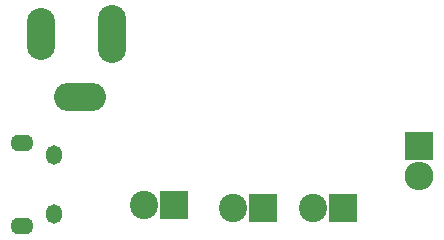
<source format=gbr>
G04 #@! TF.FileFunction,Soldermask,Bot*
%FSLAX46Y46*%
G04 Gerber Fmt 4.6, Leading zero omitted, Abs format (unit mm)*
G04 Created by KiCad (PCBNEW 4.0.3-stable) date Tue Sep  6 15:13:03 2016*
%MOMM*%
%LPD*%
G01*
G04 APERTURE LIST*
%ADD10C,0.100000*%
%ADD11R,2.400000X2.400000*%
%ADD12C,2.400000*%
%ADD13O,4.400500X2.398980*%
%ADD14O,2.398980X4.400500*%
%ADD15O,2.398980X4.900880*%
%ADD16R,2.432000X2.432000*%
%ADD17O,2.432000X2.432000*%
%ADD18O,1.350000X1.650000*%
%ADD19O,1.950000X1.400000*%
G04 APERTURE END LIST*
D10*
D11*
X153500000Y-104250000D03*
D12*
X150960000Y-104250000D03*
D11*
X160250000Y-104250000D03*
D12*
X157710000Y-104250000D03*
D13*
X138001200Y-94800980D03*
D14*
X134750000Y-89500000D03*
D15*
X140752020Y-89500000D03*
D16*
X166750000Y-99000000D03*
D17*
X166750000Y-101540000D03*
D18*
X135812540Y-99749100D03*
X135812540Y-104749100D03*
D19*
X133112540Y-98749100D03*
X133112540Y-105749100D03*
D11*
X146000000Y-104000000D03*
D12*
X143460000Y-104000000D03*
M02*

</source>
